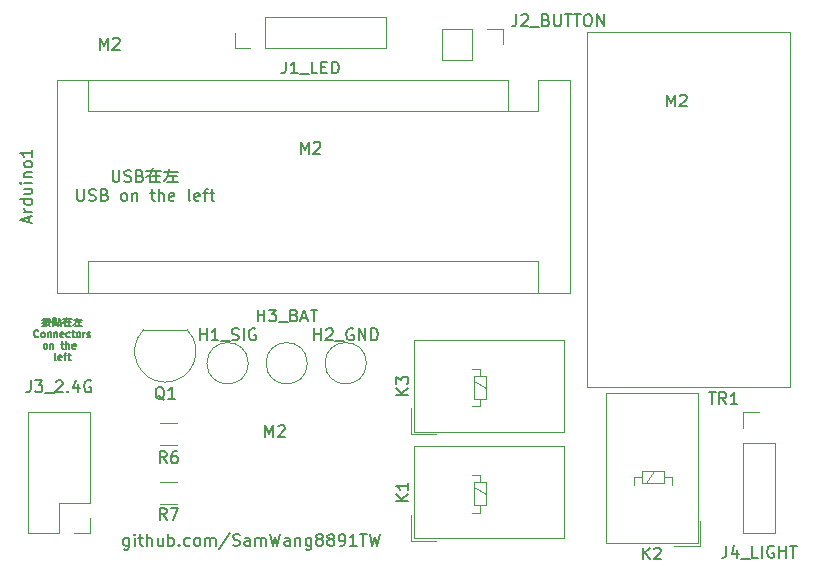
<source format=gbr>
%TF.GenerationSoftware,KiCad,Pcbnew,(6.0.6-0)*%
%TF.CreationDate,2022-07-04T00:08:46+08:00*%
%TF.ProjectId,__,8cc82e6b-6963-4616-945f-706362585858,rev?*%
%TF.SameCoordinates,Original*%
%TF.FileFunction,Legend,Top*%
%TF.FilePolarity,Positive*%
%FSLAX46Y46*%
G04 Gerber Fmt 4.6, Leading zero omitted, Abs format (unit mm)*
G04 Created by KiCad (PCBNEW (6.0.6-0)) date 2022-07-04 00:08:46*
%MOMM*%
%LPD*%
G01*
G04 APERTURE LIST*
%ADD10C,0.150000*%
%ADD11C,0.120000*%
G04 APERTURE END LIST*
D10*
X72261904Y-79647380D02*
X72261904Y-80456904D01*
X72309523Y-80552142D01*
X72357142Y-80599761D01*
X72452380Y-80647380D01*
X72642857Y-80647380D01*
X72738095Y-80599761D01*
X72785714Y-80552142D01*
X72833333Y-80456904D01*
X72833333Y-79647380D01*
X73261904Y-80599761D02*
X73404761Y-80647380D01*
X73642857Y-80647380D01*
X73738095Y-80599761D01*
X73785714Y-80552142D01*
X73833333Y-80456904D01*
X73833333Y-80361666D01*
X73785714Y-80266428D01*
X73738095Y-80218809D01*
X73642857Y-80171190D01*
X73452380Y-80123571D01*
X73357142Y-80075952D01*
X73309523Y-80028333D01*
X73261904Y-79933095D01*
X73261904Y-79837857D01*
X73309523Y-79742619D01*
X73357142Y-79695000D01*
X73452380Y-79647380D01*
X73690476Y-79647380D01*
X73833333Y-79695000D01*
X74595238Y-80123571D02*
X74738095Y-80171190D01*
X74785714Y-80218809D01*
X74833333Y-80314047D01*
X74833333Y-80456904D01*
X74785714Y-80552142D01*
X74738095Y-80599761D01*
X74642857Y-80647380D01*
X74261904Y-80647380D01*
X74261904Y-79647380D01*
X74595238Y-79647380D01*
X74690476Y-79695000D01*
X74738095Y-79742619D01*
X74785714Y-79837857D01*
X74785714Y-79933095D01*
X74738095Y-80028333D01*
X74690476Y-80075952D01*
X74595238Y-80123571D01*
X74261904Y-80123571D01*
X75119047Y-79742619D02*
X76357142Y-79742619D01*
X75595238Y-80171190D02*
X76261904Y-80171190D01*
X75547619Y-80647380D02*
X76309523Y-80647380D01*
X75404761Y-80028333D02*
X75404761Y-80647380D01*
X75928571Y-79837857D02*
X75928571Y-80647380D01*
X75642857Y-79504523D02*
X75404761Y-80028333D01*
X75119047Y-80218809D01*
X76642857Y-79790238D02*
X77833333Y-79790238D01*
X76976190Y-80123571D02*
X77738095Y-80123571D01*
X76833333Y-80647380D02*
X77833333Y-80647380D01*
X77357142Y-80123571D02*
X77357142Y-80647380D01*
X77071428Y-79552142D02*
X76976190Y-80075952D01*
X76785714Y-80409285D01*
X76595238Y-80599761D01*
X69261904Y-81257380D02*
X69261904Y-82066904D01*
X69309523Y-82162142D01*
X69357142Y-82209761D01*
X69452380Y-82257380D01*
X69642857Y-82257380D01*
X69738095Y-82209761D01*
X69785714Y-82162142D01*
X69833333Y-82066904D01*
X69833333Y-81257380D01*
X70261904Y-82209761D02*
X70404761Y-82257380D01*
X70642857Y-82257380D01*
X70738095Y-82209761D01*
X70785714Y-82162142D01*
X70833333Y-82066904D01*
X70833333Y-81971666D01*
X70785714Y-81876428D01*
X70738095Y-81828809D01*
X70642857Y-81781190D01*
X70452380Y-81733571D01*
X70357142Y-81685952D01*
X70309523Y-81638333D01*
X70261904Y-81543095D01*
X70261904Y-81447857D01*
X70309523Y-81352619D01*
X70357142Y-81305000D01*
X70452380Y-81257380D01*
X70690476Y-81257380D01*
X70833333Y-81305000D01*
X71595238Y-81733571D02*
X71738095Y-81781190D01*
X71785714Y-81828809D01*
X71833333Y-81924047D01*
X71833333Y-82066904D01*
X71785714Y-82162142D01*
X71738095Y-82209761D01*
X71642857Y-82257380D01*
X71261904Y-82257380D01*
X71261904Y-81257380D01*
X71595238Y-81257380D01*
X71690476Y-81305000D01*
X71738095Y-81352619D01*
X71785714Y-81447857D01*
X71785714Y-81543095D01*
X71738095Y-81638333D01*
X71690476Y-81685952D01*
X71595238Y-81733571D01*
X71261904Y-81733571D01*
X73166666Y-82257380D02*
X73071428Y-82209761D01*
X73023809Y-82162142D01*
X72976190Y-82066904D01*
X72976190Y-81781190D01*
X73023809Y-81685952D01*
X73071428Y-81638333D01*
X73166666Y-81590714D01*
X73309523Y-81590714D01*
X73404761Y-81638333D01*
X73452380Y-81685952D01*
X73500000Y-81781190D01*
X73500000Y-82066904D01*
X73452380Y-82162142D01*
X73404761Y-82209761D01*
X73309523Y-82257380D01*
X73166666Y-82257380D01*
X73928571Y-81590714D02*
X73928571Y-82257380D01*
X73928571Y-81685952D02*
X73976190Y-81638333D01*
X74071428Y-81590714D01*
X74214285Y-81590714D01*
X74309523Y-81638333D01*
X74357142Y-81733571D01*
X74357142Y-82257380D01*
X75452380Y-81590714D02*
X75833333Y-81590714D01*
X75595238Y-81257380D02*
X75595238Y-82114523D01*
X75642857Y-82209761D01*
X75738095Y-82257380D01*
X75833333Y-82257380D01*
X76166666Y-82257380D02*
X76166666Y-81257380D01*
X76595238Y-82257380D02*
X76595238Y-81733571D01*
X76547619Y-81638333D01*
X76452380Y-81590714D01*
X76309523Y-81590714D01*
X76214285Y-81638333D01*
X76166666Y-81685952D01*
X77452380Y-82209761D02*
X77357142Y-82257380D01*
X77166666Y-82257380D01*
X77071428Y-82209761D01*
X77023809Y-82114523D01*
X77023809Y-81733571D01*
X77071428Y-81638333D01*
X77166666Y-81590714D01*
X77357142Y-81590714D01*
X77452380Y-81638333D01*
X77500000Y-81733571D01*
X77500000Y-81828809D01*
X77023809Y-81924047D01*
X78833333Y-82257380D02*
X78738095Y-82209761D01*
X78690476Y-82114523D01*
X78690476Y-81257380D01*
X79595238Y-82209761D02*
X79500000Y-82257380D01*
X79309523Y-82257380D01*
X79214285Y-82209761D01*
X79166666Y-82114523D01*
X79166666Y-81733571D01*
X79214285Y-81638333D01*
X79309523Y-81590714D01*
X79500000Y-81590714D01*
X79595238Y-81638333D01*
X79642857Y-81733571D01*
X79642857Y-81828809D01*
X79166666Y-81924047D01*
X79928571Y-81590714D02*
X80309523Y-81590714D01*
X80071428Y-82257380D02*
X80071428Y-81400238D01*
X80119047Y-81305000D01*
X80214285Y-81257380D01*
X80309523Y-81257380D01*
X80500000Y-81590714D02*
X80880952Y-81590714D01*
X80642857Y-81257380D02*
X80642857Y-82114523D01*
X80690476Y-82209761D01*
X80785714Y-82257380D01*
X80880952Y-82257380D01*
X66571428Y-92222428D02*
X67000000Y-92222428D01*
X66285714Y-92308142D02*
X66514285Y-92308142D01*
X66542857Y-92422428D02*
X67028571Y-92422428D01*
X66542857Y-92536714D02*
X67028571Y-92536714D01*
X66314285Y-92822428D02*
X66428571Y-92822428D01*
X66428571Y-92136714D02*
X66428571Y-92822428D01*
X66800000Y-92136714D02*
X66800000Y-92251000D01*
X66914285Y-92251000D02*
X66885714Y-92393857D01*
X66685714Y-92279571D02*
X66714285Y-92422428D01*
X66628571Y-92679571D01*
X67000000Y-92822428D01*
X66514285Y-92508142D02*
X66285714Y-92565285D01*
X66914285Y-92536714D02*
X66857142Y-92679571D01*
X66800000Y-92736714D01*
X66542857Y-92822428D01*
X67714285Y-92336714D02*
X67914285Y-92336714D01*
X67200000Y-92422428D02*
X67485714Y-92422428D01*
X67200000Y-92508142D02*
X67514285Y-92508142D01*
X67285714Y-92622428D02*
X67514285Y-92622428D01*
X67200000Y-92622428D02*
X67457142Y-92622428D01*
X67600000Y-92793857D02*
X67885714Y-92793857D01*
X67200000Y-92165285D02*
X67200000Y-92393857D01*
X67285714Y-92251000D02*
X67285714Y-92336714D01*
X67285714Y-92679571D02*
X67314285Y-92793857D01*
X67342857Y-92165285D02*
X67342857Y-92622428D01*
X67200000Y-92165285D02*
X67485714Y-92165285D01*
X67485714Y-92393857D01*
X67600000Y-92508142D02*
X67600000Y-92822428D01*
X67714285Y-92136714D02*
X67714285Y-92508142D01*
X67600000Y-92508142D02*
X67885714Y-92508142D01*
X67885714Y-92822428D01*
X67485714Y-92679571D02*
X67514285Y-92765285D01*
X67371428Y-92679571D02*
X67428571Y-92793857D01*
X67428571Y-92251000D02*
X67400000Y-92365285D01*
X67200000Y-92708142D02*
X67200000Y-92822428D01*
X68057142Y-92279571D02*
X68800000Y-92279571D01*
X68342857Y-92536714D02*
X68742857Y-92536714D01*
X68314285Y-92822428D02*
X68771428Y-92822428D01*
X68228571Y-92451000D02*
X68228571Y-92822428D01*
X68542857Y-92336714D02*
X68542857Y-92822428D01*
X68371428Y-92136714D02*
X68228571Y-92451000D01*
X68057142Y-92565285D01*
X68971428Y-92308142D02*
X69685714Y-92308142D01*
X69171428Y-92508142D02*
X69628571Y-92508142D01*
X69085714Y-92822428D02*
X69685714Y-92822428D01*
X69400000Y-92508142D02*
X69400000Y-92822428D01*
X69228571Y-92165285D02*
X69171428Y-92479571D01*
X69057142Y-92679571D01*
X68942857Y-92793857D01*
X65985714Y-93731285D02*
X65957142Y-93759857D01*
X65871428Y-93788428D01*
X65814285Y-93788428D01*
X65728571Y-93759857D01*
X65671428Y-93702714D01*
X65642857Y-93645571D01*
X65614285Y-93531285D01*
X65614285Y-93445571D01*
X65642857Y-93331285D01*
X65671428Y-93274142D01*
X65728571Y-93217000D01*
X65814285Y-93188428D01*
X65871428Y-93188428D01*
X65957142Y-93217000D01*
X65985714Y-93245571D01*
X66328571Y-93788428D02*
X66271428Y-93759857D01*
X66242857Y-93731285D01*
X66214285Y-93674142D01*
X66214285Y-93502714D01*
X66242857Y-93445571D01*
X66271428Y-93417000D01*
X66328571Y-93388428D01*
X66414285Y-93388428D01*
X66471428Y-93417000D01*
X66500000Y-93445571D01*
X66528571Y-93502714D01*
X66528571Y-93674142D01*
X66500000Y-93731285D01*
X66471428Y-93759857D01*
X66414285Y-93788428D01*
X66328571Y-93788428D01*
X66785714Y-93388428D02*
X66785714Y-93788428D01*
X66785714Y-93445571D02*
X66814285Y-93417000D01*
X66871428Y-93388428D01*
X66957142Y-93388428D01*
X67014285Y-93417000D01*
X67042857Y-93474142D01*
X67042857Y-93788428D01*
X67328571Y-93388428D02*
X67328571Y-93788428D01*
X67328571Y-93445571D02*
X67357142Y-93417000D01*
X67414285Y-93388428D01*
X67500000Y-93388428D01*
X67557142Y-93417000D01*
X67585714Y-93474142D01*
X67585714Y-93788428D01*
X68100000Y-93759857D02*
X68042857Y-93788428D01*
X67928571Y-93788428D01*
X67871428Y-93759857D01*
X67842857Y-93702714D01*
X67842857Y-93474142D01*
X67871428Y-93417000D01*
X67928571Y-93388428D01*
X68042857Y-93388428D01*
X68100000Y-93417000D01*
X68128571Y-93474142D01*
X68128571Y-93531285D01*
X67842857Y-93588428D01*
X68642857Y-93759857D02*
X68585714Y-93788428D01*
X68471428Y-93788428D01*
X68414285Y-93759857D01*
X68385714Y-93731285D01*
X68357142Y-93674142D01*
X68357142Y-93502714D01*
X68385714Y-93445571D01*
X68414285Y-93417000D01*
X68471428Y-93388428D01*
X68585714Y-93388428D01*
X68642857Y-93417000D01*
X68814285Y-93388428D02*
X69042857Y-93388428D01*
X68900000Y-93188428D02*
X68900000Y-93702714D01*
X68928571Y-93759857D01*
X68985714Y-93788428D01*
X69042857Y-93788428D01*
X69328571Y-93788428D02*
X69271428Y-93759857D01*
X69242857Y-93731285D01*
X69214285Y-93674142D01*
X69214285Y-93502714D01*
X69242857Y-93445571D01*
X69271428Y-93417000D01*
X69328571Y-93388428D01*
X69414285Y-93388428D01*
X69471428Y-93417000D01*
X69500000Y-93445571D01*
X69528571Y-93502714D01*
X69528571Y-93674142D01*
X69500000Y-93731285D01*
X69471428Y-93759857D01*
X69414285Y-93788428D01*
X69328571Y-93788428D01*
X69785714Y-93788428D02*
X69785714Y-93388428D01*
X69785714Y-93502714D02*
X69814285Y-93445571D01*
X69842857Y-93417000D01*
X69900000Y-93388428D01*
X69957142Y-93388428D01*
X70128571Y-93759857D02*
X70185714Y-93788428D01*
X70300000Y-93788428D01*
X70357142Y-93759857D01*
X70385714Y-93702714D01*
X70385714Y-93674142D01*
X70357142Y-93617000D01*
X70300000Y-93588428D01*
X70214285Y-93588428D01*
X70157142Y-93559857D01*
X70128571Y-93502714D01*
X70128571Y-93474142D01*
X70157142Y-93417000D01*
X70214285Y-93388428D01*
X70300000Y-93388428D01*
X70357142Y-93417000D01*
X66528571Y-94754428D02*
X66471428Y-94725857D01*
X66442857Y-94697285D01*
X66414285Y-94640142D01*
X66414285Y-94468714D01*
X66442857Y-94411571D01*
X66471428Y-94383000D01*
X66528571Y-94354428D01*
X66614285Y-94354428D01*
X66671428Y-94383000D01*
X66700000Y-94411571D01*
X66728571Y-94468714D01*
X66728571Y-94640142D01*
X66700000Y-94697285D01*
X66671428Y-94725857D01*
X66614285Y-94754428D01*
X66528571Y-94754428D01*
X66985714Y-94354428D02*
X66985714Y-94754428D01*
X66985714Y-94411571D02*
X67014285Y-94383000D01*
X67071428Y-94354428D01*
X67157142Y-94354428D01*
X67214285Y-94383000D01*
X67242857Y-94440142D01*
X67242857Y-94754428D01*
X67900000Y-94354428D02*
X68128571Y-94354428D01*
X67985714Y-94154428D02*
X67985714Y-94668714D01*
X68014285Y-94725857D01*
X68071428Y-94754428D01*
X68128571Y-94754428D01*
X68328571Y-94754428D02*
X68328571Y-94154428D01*
X68585714Y-94754428D02*
X68585714Y-94440142D01*
X68557142Y-94383000D01*
X68500000Y-94354428D01*
X68414285Y-94354428D01*
X68357142Y-94383000D01*
X68328571Y-94411571D01*
X69100000Y-94725857D02*
X69042857Y-94754428D01*
X68928571Y-94754428D01*
X68871428Y-94725857D01*
X68842857Y-94668714D01*
X68842857Y-94440142D01*
X68871428Y-94383000D01*
X68928571Y-94354428D01*
X69042857Y-94354428D01*
X69100000Y-94383000D01*
X69128571Y-94440142D01*
X69128571Y-94497285D01*
X68842857Y-94554428D01*
X67471428Y-95720428D02*
X67414285Y-95691857D01*
X67385714Y-95634714D01*
X67385714Y-95120428D01*
X67928571Y-95691857D02*
X67871428Y-95720428D01*
X67757142Y-95720428D01*
X67700000Y-95691857D01*
X67671428Y-95634714D01*
X67671428Y-95406142D01*
X67700000Y-95349000D01*
X67757142Y-95320428D01*
X67871428Y-95320428D01*
X67928571Y-95349000D01*
X67957142Y-95406142D01*
X67957142Y-95463285D01*
X67671428Y-95520428D01*
X68128571Y-95320428D02*
X68357142Y-95320428D01*
X68214285Y-95720428D02*
X68214285Y-95206142D01*
X68242857Y-95149000D01*
X68300000Y-95120428D01*
X68357142Y-95120428D01*
X68471428Y-95320428D02*
X68700000Y-95320428D01*
X68557142Y-95120428D02*
X68557142Y-95634714D01*
X68585714Y-95691857D01*
X68642857Y-95720428D01*
X68700000Y-95720428D01*
X73642857Y-110785714D02*
X73642857Y-111595238D01*
X73595238Y-111690476D01*
X73547619Y-111738095D01*
X73452380Y-111785714D01*
X73309523Y-111785714D01*
X73214285Y-111738095D01*
X73642857Y-111404761D02*
X73547619Y-111452380D01*
X73357142Y-111452380D01*
X73261904Y-111404761D01*
X73214285Y-111357142D01*
X73166666Y-111261904D01*
X73166666Y-110976190D01*
X73214285Y-110880952D01*
X73261904Y-110833333D01*
X73357142Y-110785714D01*
X73547619Y-110785714D01*
X73642857Y-110833333D01*
X74119047Y-111452380D02*
X74119047Y-110785714D01*
X74119047Y-110452380D02*
X74071428Y-110500000D01*
X74119047Y-110547619D01*
X74166666Y-110500000D01*
X74119047Y-110452380D01*
X74119047Y-110547619D01*
X74452380Y-110785714D02*
X74833333Y-110785714D01*
X74595238Y-110452380D02*
X74595238Y-111309523D01*
X74642857Y-111404761D01*
X74738095Y-111452380D01*
X74833333Y-111452380D01*
X75166666Y-111452380D02*
X75166666Y-110452380D01*
X75595238Y-111452380D02*
X75595238Y-110928571D01*
X75547619Y-110833333D01*
X75452380Y-110785714D01*
X75309523Y-110785714D01*
X75214285Y-110833333D01*
X75166666Y-110880952D01*
X76500000Y-110785714D02*
X76500000Y-111452380D01*
X76071428Y-110785714D02*
X76071428Y-111309523D01*
X76119047Y-111404761D01*
X76214285Y-111452380D01*
X76357142Y-111452380D01*
X76452380Y-111404761D01*
X76500000Y-111357142D01*
X76976190Y-111452380D02*
X76976190Y-110452380D01*
X76976190Y-110833333D02*
X77071428Y-110785714D01*
X77261904Y-110785714D01*
X77357142Y-110833333D01*
X77404761Y-110880952D01*
X77452380Y-110976190D01*
X77452380Y-111261904D01*
X77404761Y-111357142D01*
X77357142Y-111404761D01*
X77261904Y-111452380D01*
X77071428Y-111452380D01*
X76976190Y-111404761D01*
X77880952Y-111357142D02*
X77928571Y-111404761D01*
X77880952Y-111452380D01*
X77833333Y-111404761D01*
X77880952Y-111357142D01*
X77880952Y-111452380D01*
X78785714Y-111404761D02*
X78690476Y-111452380D01*
X78500000Y-111452380D01*
X78404761Y-111404761D01*
X78357142Y-111357142D01*
X78309523Y-111261904D01*
X78309523Y-110976190D01*
X78357142Y-110880952D01*
X78404761Y-110833333D01*
X78500000Y-110785714D01*
X78690476Y-110785714D01*
X78785714Y-110833333D01*
X79357142Y-111452380D02*
X79261904Y-111404761D01*
X79214285Y-111357142D01*
X79166666Y-111261904D01*
X79166666Y-110976190D01*
X79214285Y-110880952D01*
X79261904Y-110833333D01*
X79357142Y-110785714D01*
X79500000Y-110785714D01*
X79595238Y-110833333D01*
X79642857Y-110880952D01*
X79690476Y-110976190D01*
X79690476Y-111261904D01*
X79642857Y-111357142D01*
X79595238Y-111404761D01*
X79500000Y-111452380D01*
X79357142Y-111452380D01*
X80119047Y-111452380D02*
X80119047Y-110785714D01*
X80119047Y-110880952D02*
X80166666Y-110833333D01*
X80261904Y-110785714D01*
X80404761Y-110785714D01*
X80500000Y-110833333D01*
X80547619Y-110928571D01*
X80547619Y-111452380D01*
X80547619Y-110928571D02*
X80595238Y-110833333D01*
X80690476Y-110785714D01*
X80833333Y-110785714D01*
X80928571Y-110833333D01*
X80976190Y-110928571D01*
X80976190Y-111452380D01*
X82166666Y-110404761D02*
X81309523Y-111690476D01*
X82452380Y-111404761D02*
X82595238Y-111452380D01*
X82833333Y-111452380D01*
X82928571Y-111404761D01*
X82976190Y-111357142D01*
X83023809Y-111261904D01*
X83023809Y-111166666D01*
X82976190Y-111071428D01*
X82928571Y-111023809D01*
X82833333Y-110976190D01*
X82642857Y-110928571D01*
X82547619Y-110880952D01*
X82500000Y-110833333D01*
X82452380Y-110738095D01*
X82452380Y-110642857D01*
X82500000Y-110547619D01*
X82547619Y-110500000D01*
X82642857Y-110452380D01*
X82880952Y-110452380D01*
X83023809Y-110500000D01*
X83880952Y-111452380D02*
X83880952Y-110928571D01*
X83833333Y-110833333D01*
X83738095Y-110785714D01*
X83547619Y-110785714D01*
X83452380Y-110833333D01*
X83880952Y-111404761D02*
X83785714Y-111452380D01*
X83547619Y-111452380D01*
X83452380Y-111404761D01*
X83404761Y-111309523D01*
X83404761Y-111214285D01*
X83452380Y-111119047D01*
X83547619Y-111071428D01*
X83785714Y-111071428D01*
X83880952Y-111023809D01*
X84357142Y-111452380D02*
X84357142Y-110785714D01*
X84357142Y-110880952D02*
X84404761Y-110833333D01*
X84500000Y-110785714D01*
X84642857Y-110785714D01*
X84738095Y-110833333D01*
X84785714Y-110928571D01*
X84785714Y-111452380D01*
X84785714Y-110928571D02*
X84833333Y-110833333D01*
X84928571Y-110785714D01*
X85071428Y-110785714D01*
X85166666Y-110833333D01*
X85214285Y-110928571D01*
X85214285Y-111452380D01*
X85595238Y-110452380D02*
X85833333Y-111452380D01*
X86023809Y-110738095D01*
X86214285Y-111452380D01*
X86452380Y-110452380D01*
X87261904Y-111452380D02*
X87261904Y-110928571D01*
X87214285Y-110833333D01*
X87119047Y-110785714D01*
X86928571Y-110785714D01*
X86833333Y-110833333D01*
X87261904Y-111404761D02*
X87166666Y-111452380D01*
X86928571Y-111452380D01*
X86833333Y-111404761D01*
X86785714Y-111309523D01*
X86785714Y-111214285D01*
X86833333Y-111119047D01*
X86928571Y-111071428D01*
X87166666Y-111071428D01*
X87261904Y-111023809D01*
X87738095Y-110785714D02*
X87738095Y-111452380D01*
X87738095Y-110880952D02*
X87785714Y-110833333D01*
X87880952Y-110785714D01*
X88023809Y-110785714D01*
X88119047Y-110833333D01*
X88166666Y-110928571D01*
X88166666Y-111452380D01*
X89071428Y-110785714D02*
X89071428Y-111595238D01*
X89023809Y-111690476D01*
X88976190Y-111738095D01*
X88880952Y-111785714D01*
X88738095Y-111785714D01*
X88642857Y-111738095D01*
X89071428Y-111404761D02*
X88976190Y-111452380D01*
X88785714Y-111452380D01*
X88690476Y-111404761D01*
X88642857Y-111357142D01*
X88595238Y-111261904D01*
X88595238Y-110976190D01*
X88642857Y-110880952D01*
X88690476Y-110833333D01*
X88785714Y-110785714D01*
X88976190Y-110785714D01*
X89071428Y-110833333D01*
X89690476Y-110880952D02*
X89595238Y-110833333D01*
X89547619Y-110785714D01*
X89500000Y-110690476D01*
X89500000Y-110642857D01*
X89547619Y-110547619D01*
X89595238Y-110500000D01*
X89690476Y-110452380D01*
X89880952Y-110452380D01*
X89976190Y-110500000D01*
X90023809Y-110547619D01*
X90071428Y-110642857D01*
X90071428Y-110690476D01*
X90023809Y-110785714D01*
X89976190Y-110833333D01*
X89880952Y-110880952D01*
X89690476Y-110880952D01*
X89595238Y-110928571D01*
X89547619Y-110976190D01*
X89500000Y-111071428D01*
X89500000Y-111261904D01*
X89547619Y-111357142D01*
X89595238Y-111404761D01*
X89690476Y-111452380D01*
X89880952Y-111452380D01*
X89976190Y-111404761D01*
X90023809Y-111357142D01*
X90071428Y-111261904D01*
X90071428Y-111071428D01*
X90023809Y-110976190D01*
X89976190Y-110928571D01*
X89880952Y-110880952D01*
X90642857Y-110880952D02*
X90547619Y-110833333D01*
X90500000Y-110785714D01*
X90452380Y-110690476D01*
X90452380Y-110642857D01*
X90500000Y-110547619D01*
X90547619Y-110500000D01*
X90642857Y-110452380D01*
X90833333Y-110452380D01*
X90928571Y-110500000D01*
X90976190Y-110547619D01*
X91023809Y-110642857D01*
X91023809Y-110690476D01*
X90976190Y-110785714D01*
X90928571Y-110833333D01*
X90833333Y-110880952D01*
X90642857Y-110880952D01*
X90547619Y-110928571D01*
X90500000Y-110976190D01*
X90452380Y-111071428D01*
X90452380Y-111261904D01*
X90500000Y-111357142D01*
X90547619Y-111404761D01*
X90642857Y-111452380D01*
X90833333Y-111452380D01*
X90928571Y-111404761D01*
X90976190Y-111357142D01*
X91023809Y-111261904D01*
X91023809Y-111071428D01*
X90976190Y-110976190D01*
X90928571Y-110928571D01*
X90833333Y-110880952D01*
X91500000Y-111452380D02*
X91690476Y-111452380D01*
X91785714Y-111404761D01*
X91833333Y-111357142D01*
X91928571Y-111214285D01*
X91976190Y-111023809D01*
X91976190Y-110642857D01*
X91928571Y-110547619D01*
X91880952Y-110500000D01*
X91785714Y-110452380D01*
X91595238Y-110452380D01*
X91500000Y-110500000D01*
X91452380Y-110547619D01*
X91404761Y-110642857D01*
X91404761Y-110880952D01*
X91452380Y-110976190D01*
X91500000Y-111023809D01*
X91595238Y-111071428D01*
X91785714Y-111071428D01*
X91880952Y-111023809D01*
X91928571Y-110976190D01*
X91976190Y-110880952D01*
X92928571Y-111452380D02*
X92357142Y-111452380D01*
X92642857Y-111452380D02*
X92642857Y-110452380D01*
X92547619Y-110595238D01*
X92452380Y-110690476D01*
X92357142Y-110738095D01*
X93214285Y-110452380D02*
X93785714Y-110452380D01*
X93500000Y-111452380D02*
X93500000Y-110452380D01*
X94023809Y-110452380D02*
X94261904Y-111452380D01*
X94452380Y-110738095D01*
X94642857Y-111452380D01*
X94880952Y-110452380D01*
%TO.C,M2*%
X85190476Y-102252380D02*
X85190476Y-101252380D01*
X85523809Y-101966666D01*
X85857142Y-101252380D01*
X85857142Y-102252380D01*
X86285714Y-101347619D02*
X86333333Y-101300000D01*
X86428571Y-101252380D01*
X86666666Y-101252380D01*
X86761904Y-101300000D01*
X86809523Y-101347619D01*
X86857142Y-101442857D01*
X86857142Y-101538095D01*
X86809523Y-101680952D01*
X86238095Y-102252380D01*
X86857142Y-102252380D01*
%TO.C,H2_GND*%
X89333333Y-94054380D02*
X89333333Y-93054380D01*
X89333333Y-93530571D02*
X89904761Y-93530571D01*
X89904761Y-94054380D02*
X89904761Y-93054380D01*
X90333333Y-93149619D02*
X90380952Y-93102000D01*
X90476190Y-93054380D01*
X90714285Y-93054380D01*
X90809523Y-93102000D01*
X90857142Y-93149619D01*
X90904761Y-93244857D01*
X90904761Y-93340095D01*
X90857142Y-93482952D01*
X90285714Y-94054380D01*
X90904761Y-94054380D01*
X91095238Y-94149619D02*
X91857142Y-94149619D01*
X92619047Y-93102000D02*
X92523809Y-93054380D01*
X92380952Y-93054380D01*
X92238095Y-93102000D01*
X92142857Y-93197238D01*
X92095238Y-93292476D01*
X92047619Y-93482952D01*
X92047619Y-93625809D01*
X92095238Y-93816285D01*
X92142857Y-93911523D01*
X92238095Y-94006761D01*
X92380952Y-94054380D01*
X92476190Y-94054380D01*
X92619047Y-94006761D01*
X92666666Y-93959142D01*
X92666666Y-93625809D01*
X92476190Y-93625809D01*
X93095238Y-94054380D02*
X93095238Y-93054380D01*
X93666666Y-94054380D01*
X93666666Y-93054380D01*
X94142857Y-94054380D02*
X94142857Y-93054380D01*
X94380952Y-93054380D01*
X94523809Y-93102000D01*
X94619047Y-93197238D01*
X94666666Y-93292476D01*
X94714285Y-93482952D01*
X94714285Y-93625809D01*
X94666666Y-93816285D01*
X94619047Y-93911523D01*
X94523809Y-94006761D01*
X94380952Y-94054380D01*
X94142857Y-94054380D01*
%TO.C,J4_LIGHT*%
X124238095Y-111452380D02*
X124238095Y-112166666D01*
X124190476Y-112309523D01*
X124095238Y-112404761D01*
X123952380Y-112452380D01*
X123857142Y-112452380D01*
X125142857Y-111785714D02*
X125142857Y-112452380D01*
X124904761Y-111404761D02*
X124666666Y-112119047D01*
X125285714Y-112119047D01*
X125428571Y-112547619D02*
X126190476Y-112547619D01*
X126904761Y-112452380D02*
X126428571Y-112452380D01*
X126428571Y-111452380D01*
X127238095Y-112452380D02*
X127238095Y-111452380D01*
X128238095Y-111500000D02*
X128142857Y-111452380D01*
X128000000Y-111452380D01*
X127857142Y-111500000D01*
X127761904Y-111595238D01*
X127714285Y-111690476D01*
X127666666Y-111880952D01*
X127666666Y-112023809D01*
X127714285Y-112214285D01*
X127761904Y-112309523D01*
X127857142Y-112404761D01*
X128000000Y-112452380D01*
X128095238Y-112452380D01*
X128238095Y-112404761D01*
X128285714Y-112357142D01*
X128285714Y-112023809D01*
X128095238Y-112023809D01*
X128714285Y-112452380D02*
X128714285Y-111452380D01*
X128714285Y-111928571D02*
X129285714Y-111928571D01*
X129285714Y-112452380D02*
X129285714Y-111452380D01*
X129619047Y-111452380D02*
X130190476Y-111452380D01*
X129904761Y-112452380D02*
X129904761Y-111452380D01*
%TO.C,J2_BUTTON*%
X106452380Y-66452380D02*
X106452380Y-67166666D01*
X106404761Y-67309523D01*
X106309523Y-67404761D01*
X106166666Y-67452380D01*
X106071428Y-67452380D01*
X106880952Y-66547619D02*
X106928571Y-66500000D01*
X107023809Y-66452380D01*
X107261904Y-66452380D01*
X107357142Y-66500000D01*
X107404761Y-66547619D01*
X107452380Y-66642857D01*
X107452380Y-66738095D01*
X107404761Y-66880952D01*
X106833333Y-67452380D01*
X107452380Y-67452380D01*
X107642857Y-67547619D02*
X108404761Y-67547619D01*
X108976190Y-66928571D02*
X109119047Y-66976190D01*
X109166666Y-67023809D01*
X109214285Y-67119047D01*
X109214285Y-67261904D01*
X109166666Y-67357142D01*
X109119047Y-67404761D01*
X109023809Y-67452380D01*
X108642857Y-67452380D01*
X108642857Y-66452380D01*
X108976190Y-66452380D01*
X109071428Y-66500000D01*
X109119047Y-66547619D01*
X109166666Y-66642857D01*
X109166666Y-66738095D01*
X109119047Y-66833333D01*
X109071428Y-66880952D01*
X108976190Y-66928571D01*
X108642857Y-66928571D01*
X109642857Y-66452380D02*
X109642857Y-67261904D01*
X109690476Y-67357142D01*
X109738095Y-67404761D01*
X109833333Y-67452380D01*
X110023809Y-67452380D01*
X110119047Y-67404761D01*
X110166666Y-67357142D01*
X110214285Y-67261904D01*
X110214285Y-66452380D01*
X110547619Y-66452380D02*
X111119047Y-66452380D01*
X110833333Y-67452380D02*
X110833333Y-66452380D01*
X111309523Y-66452380D02*
X111880952Y-66452380D01*
X111595238Y-67452380D02*
X111595238Y-66452380D01*
X112404761Y-66452380D02*
X112595238Y-66452380D01*
X112690476Y-66500000D01*
X112785714Y-66595238D01*
X112833333Y-66785714D01*
X112833333Y-67119047D01*
X112785714Y-67309523D01*
X112690476Y-67404761D01*
X112595238Y-67452380D01*
X112404761Y-67452380D01*
X112309523Y-67404761D01*
X112214285Y-67309523D01*
X112166666Y-67119047D01*
X112166666Y-66785714D01*
X112214285Y-66595238D01*
X112309523Y-66500000D01*
X112404761Y-66452380D01*
X113261904Y-67452380D02*
X113261904Y-66452380D01*
X113833333Y-67452380D01*
X113833333Y-66452380D01*
%TO.C,Arduino1*%
X65166666Y-84071428D02*
X65166666Y-83595238D01*
X65452380Y-84166666D02*
X64452380Y-83833333D01*
X65452380Y-83500000D01*
X65452380Y-83166666D02*
X64785714Y-83166666D01*
X64976190Y-83166666D02*
X64880952Y-83119047D01*
X64833333Y-83071428D01*
X64785714Y-82976190D01*
X64785714Y-82880952D01*
X65452380Y-82119047D02*
X64452380Y-82119047D01*
X65404761Y-82119047D02*
X65452380Y-82214285D01*
X65452380Y-82404761D01*
X65404761Y-82500000D01*
X65357142Y-82547619D01*
X65261904Y-82595238D01*
X64976190Y-82595238D01*
X64880952Y-82547619D01*
X64833333Y-82500000D01*
X64785714Y-82404761D01*
X64785714Y-82214285D01*
X64833333Y-82119047D01*
X64785714Y-81214285D02*
X65452380Y-81214285D01*
X64785714Y-81642857D02*
X65309523Y-81642857D01*
X65404761Y-81595238D01*
X65452380Y-81500000D01*
X65452380Y-81357142D01*
X65404761Y-81261904D01*
X65357142Y-81214285D01*
X65452380Y-80738095D02*
X64785714Y-80738095D01*
X64452380Y-80738095D02*
X64500000Y-80785714D01*
X64547619Y-80738095D01*
X64500000Y-80690476D01*
X64452380Y-80738095D01*
X64547619Y-80738095D01*
X64785714Y-80261904D02*
X65452380Y-80261904D01*
X64880952Y-80261904D02*
X64833333Y-80214285D01*
X64785714Y-80119047D01*
X64785714Y-79976190D01*
X64833333Y-79880952D01*
X64928571Y-79833333D01*
X65452380Y-79833333D01*
X65452380Y-79214285D02*
X65404761Y-79309523D01*
X65357142Y-79357142D01*
X65261904Y-79404761D01*
X64976190Y-79404761D01*
X64880952Y-79357142D01*
X64833333Y-79309523D01*
X64785714Y-79214285D01*
X64785714Y-79071428D01*
X64833333Y-78976190D01*
X64880952Y-78928571D01*
X64976190Y-78880952D01*
X65261904Y-78880952D01*
X65357142Y-78928571D01*
X65404761Y-78976190D01*
X65452380Y-79071428D01*
X65452380Y-79214285D01*
X65452380Y-77928571D02*
X65452380Y-78500000D01*
X65452380Y-78214285D02*
X64452380Y-78214285D01*
X64595238Y-78309523D01*
X64690476Y-78404761D01*
X64738095Y-78500000D01*
%TO.C,TR1*%
X122738095Y-98452380D02*
X123309523Y-98452380D01*
X123023809Y-99452380D02*
X123023809Y-98452380D01*
X124214285Y-99452380D02*
X123880952Y-98976190D01*
X123642857Y-99452380D02*
X123642857Y-98452380D01*
X124023809Y-98452380D01*
X124119047Y-98500000D01*
X124166666Y-98547619D01*
X124214285Y-98642857D01*
X124214285Y-98785714D01*
X124166666Y-98880952D01*
X124119047Y-98928571D01*
X124023809Y-98976190D01*
X123642857Y-98976190D01*
X125166666Y-99452380D02*
X124595238Y-99452380D01*
X124880952Y-99452380D02*
X124880952Y-98452380D01*
X124785714Y-98595238D01*
X124690476Y-98690476D01*
X124595238Y-98738095D01*
%TO.C,K2*%
X117169404Y-112609880D02*
X117169404Y-111609880D01*
X117740833Y-112609880D02*
X117312261Y-112038452D01*
X117740833Y-111609880D02*
X117169404Y-112181309D01*
X118121785Y-111705119D02*
X118169404Y-111657500D01*
X118264642Y-111609880D01*
X118502738Y-111609880D01*
X118597976Y-111657500D01*
X118645595Y-111705119D01*
X118693214Y-111800357D01*
X118693214Y-111895595D01*
X118645595Y-112038452D01*
X118074166Y-112609880D01*
X118693214Y-112609880D01*
%TO.C,R7*%
X76833333Y-109272380D02*
X76500000Y-108796190D01*
X76261904Y-109272380D02*
X76261904Y-108272380D01*
X76642857Y-108272380D01*
X76738095Y-108320000D01*
X76785714Y-108367619D01*
X76833333Y-108462857D01*
X76833333Y-108605714D01*
X76785714Y-108700952D01*
X76738095Y-108748571D01*
X76642857Y-108796190D01*
X76261904Y-108796190D01*
X77166666Y-108272380D02*
X77833333Y-108272380D01*
X77404761Y-109272380D01*
%TO.C,M2*%
X71190476Y-69452380D02*
X71190476Y-68452380D01*
X71523809Y-69166666D01*
X71857142Y-68452380D01*
X71857142Y-69452380D01*
X72285714Y-68547619D02*
X72333333Y-68500000D01*
X72428571Y-68452380D01*
X72666666Y-68452380D01*
X72761904Y-68500000D01*
X72809523Y-68547619D01*
X72857142Y-68642857D01*
X72857142Y-68738095D01*
X72809523Y-68880952D01*
X72238095Y-69452380D01*
X72857142Y-69452380D01*
X88190476Y-78252380D02*
X88190476Y-77252380D01*
X88523809Y-77966666D01*
X88857142Y-77252380D01*
X88857142Y-78252380D01*
X89285714Y-77347619D02*
X89333333Y-77300000D01*
X89428571Y-77252380D01*
X89666666Y-77252380D01*
X89761904Y-77300000D01*
X89809523Y-77347619D01*
X89857142Y-77442857D01*
X89857142Y-77538095D01*
X89809523Y-77680952D01*
X89238095Y-78252380D01*
X89857142Y-78252380D01*
%TO.C,Q1*%
X76634761Y-99107619D02*
X76539523Y-99060000D01*
X76444285Y-98964761D01*
X76301428Y-98821904D01*
X76206190Y-98774285D01*
X76110952Y-98774285D01*
X76158571Y-99012380D02*
X76063333Y-98964761D01*
X75968095Y-98869523D01*
X75920476Y-98679047D01*
X75920476Y-98345714D01*
X75968095Y-98155238D01*
X76063333Y-98060000D01*
X76158571Y-98012380D01*
X76349047Y-98012380D01*
X76444285Y-98060000D01*
X76539523Y-98155238D01*
X76587142Y-98345714D01*
X76587142Y-98679047D01*
X76539523Y-98869523D01*
X76444285Y-98964761D01*
X76349047Y-99012380D01*
X76158571Y-99012380D01*
X77539523Y-99012380D02*
X76968095Y-99012380D01*
X77253809Y-99012380D02*
X77253809Y-98012380D01*
X77158571Y-98155238D01*
X77063333Y-98250476D01*
X76968095Y-98298095D01*
%TO.C,H1_SIG*%
X79642857Y-94054380D02*
X79642857Y-93054380D01*
X79642857Y-93530571D02*
X80214285Y-93530571D01*
X80214285Y-94054380D02*
X80214285Y-93054380D01*
X81214285Y-94054380D02*
X80642857Y-94054380D01*
X80928571Y-94054380D02*
X80928571Y-93054380D01*
X80833333Y-93197238D01*
X80738095Y-93292476D01*
X80642857Y-93340095D01*
X81404761Y-94149619D02*
X82166666Y-94149619D01*
X82357142Y-94006761D02*
X82500000Y-94054380D01*
X82738095Y-94054380D01*
X82833333Y-94006761D01*
X82880952Y-93959142D01*
X82928571Y-93863904D01*
X82928571Y-93768666D01*
X82880952Y-93673428D01*
X82833333Y-93625809D01*
X82738095Y-93578190D01*
X82547619Y-93530571D01*
X82452380Y-93482952D01*
X82404761Y-93435333D01*
X82357142Y-93340095D01*
X82357142Y-93244857D01*
X82404761Y-93149619D01*
X82452380Y-93102000D01*
X82547619Y-93054380D01*
X82785714Y-93054380D01*
X82928571Y-93102000D01*
X83357142Y-94054380D02*
X83357142Y-93054380D01*
X84357142Y-93102000D02*
X84261904Y-93054380D01*
X84119047Y-93054380D01*
X83976190Y-93102000D01*
X83880952Y-93197238D01*
X83833333Y-93292476D01*
X83785714Y-93482952D01*
X83785714Y-93625809D01*
X83833333Y-93816285D01*
X83880952Y-93911523D01*
X83976190Y-94006761D01*
X84119047Y-94054380D01*
X84214285Y-94054380D01*
X84357142Y-94006761D01*
X84404761Y-93959142D01*
X84404761Y-93625809D01*
X84214285Y-93625809D01*
%TO.C,K1*%
X97294880Y-107645595D02*
X96294880Y-107645595D01*
X97294880Y-107074166D02*
X96723452Y-107502738D01*
X96294880Y-107074166D02*
X96866309Y-107645595D01*
X97294880Y-106121785D02*
X97294880Y-106693214D01*
X97294880Y-106407500D02*
X96294880Y-106407500D01*
X96437738Y-106502738D01*
X96532976Y-106597976D01*
X96580595Y-106693214D01*
%TO.C,R6*%
X76833333Y-104452380D02*
X76500000Y-103976190D01*
X76261904Y-104452380D02*
X76261904Y-103452380D01*
X76642857Y-103452380D01*
X76738095Y-103500000D01*
X76785714Y-103547619D01*
X76833333Y-103642857D01*
X76833333Y-103785714D01*
X76785714Y-103880952D01*
X76738095Y-103928571D01*
X76642857Y-103976190D01*
X76261904Y-103976190D01*
X77690476Y-103452380D02*
X77500000Y-103452380D01*
X77404761Y-103500000D01*
X77357142Y-103547619D01*
X77261904Y-103690476D01*
X77214285Y-103880952D01*
X77214285Y-104261904D01*
X77261904Y-104357142D01*
X77309523Y-104404761D01*
X77404761Y-104452380D01*
X77595238Y-104452380D01*
X77690476Y-104404761D01*
X77738095Y-104357142D01*
X77785714Y-104261904D01*
X77785714Y-104023809D01*
X77738095Y-103928571D01*
X77690476Y-103880952D01*
X77595238Y-103833333D01*
X77404761Y-103833333D01*
X77309523Y-103880952D01*
X77261904Y-103928571D01*
X77214285Y-104023809D01*
%TO.C,J3_2.4G*%
X65325238Y-97452380D02*
X65325238Y-98166666D01*
X65277619Y-98309523D01*
X65182380Y-98404761D01*
X65039523Y-98452380D01*
X64944285Y-98452380D01*
X65706190Y-97452380D02*
X66325238Y-97452380D01*
X65991904Y-97833333D01*
X66134761Y-97833333D01*
X66230000Y-97880952D01*
X66277619Y-97928571D01*
X66325238Y-98023809D01*
X66325238Y-98261904D01*
X66277619Y-98357142D01*
X66230000Y-98404761D01*
X66134761Y-98452380D01*
X65849047Y-98452380D01*
X65753809Y-98404761D01*
X65706190Y-98357142D01*
X66515714Y-98547619D02*
X67277619Y-98547619D01*
X67468095Y-97547619D02*
X67515714Y-97500000D01*
X67610952Y-97452380D01*
X67849047Y-97452380D01*
X67944285Y-97500000D01*
X67991904Y-97547619D01*
X68039523Y-97642857D01*
X68039523Y-97738095D01*
X67991904Y-97880952D01*
X67420476Y-98452380D01*
X68039523Y-98452380D01*
X68468095Y-98357142D02*
X68515714Y-98404761D01*
X68468095Y-98452380D01*
X68420476Y-98404761D01*
X68468095Y-98357142D01*
X68468095Y-98452380D01*
X69372857Y-97785714D02*
X69372857Y-98452380D01*
X69134761Y-97404761D02*
X68896666Y-98119047D01*
X69515714Y-98119047D01*
X70420476Y-97500000D02*
X70325238Y-97452380D01*
X70182380Y-97452380D01*
X70039523Y-97500000D01*
X69944285Y-97595238D01*
X69896666Y-97690476D01*
X69849047Y-97880952D01*
X69849047Y-98023809D01*
X69896666Y-98214285D01*
X69944285Y-98309523D01*
X70039523Y-98404761D01*
X70182380Y-98452380D01*
X70277619Y-98452380D01*
X70420476Y-98404761D01*
X70468095Y-98357142D01*
X70468095Y-98023809D01*
X70277619Y-98023809D01*
%TO.C,H3_BAT*%
X84547619Y-92452380D02*
X84547619Y-91452380D01*
X84547619Y-91928571D02*
X85119047Y-91928571D01*
X85119047Y-92452380D02*
X85119047Y-91452380D01*
X85500000Y-91452380D02*
X86119047Y-91452380D01*
X85785714Y-91833333D01*
X85928571Y-91833333D01*
X86023809Y-91880952D01*
X86071428Y-91928571D01*
X86119047Y-92023809D01*
X86119047Y-92261904D01*
X86071428Y-92357142D01*
X86023809Y-92404761D01*
X85928571Y-92452380D01*
X85642857Y-92452380D01*
X85547619Y-92404761D01*
X85500000Y-92357142D01*
X86309523Y-92547619D02*
X87071428Y-92547619D01*
X87642857Y-91928571D02*
X87785714Y-91976190D01*
X87833333Y-92023809D01*
X87880952Y-92119047D01*
X87880952Y-92261904D01*
X87833333Y-92357142D01*
X87785714Y-92404761D01*
X87690476Y-92452380D01*
X87309523Y-92452380D01*
X87309523Y-91452380D01*
X87642857Y-91452380D01*
X87738095Y-91500000D01*
X87785714Y-91547619D01*
X87833333Y-91642857D01*
X87833333Y-91738095D01*
X87785714Y-91833333D01*
X87738095Y-91880952D01*
X87642857Y-91928571D01*
X87309523Y-91928571D01*
X88261904Y-92166666D02*
X88738095Y-92166666D01*
X88166666Y-92452380D02*
X88500000Y-91452380D01*
X88833333Y-92452380D01*
X89023809Y-91452380D02*
X89595238Y-91452380D01*
X89309523Y-92452380D02*
X89309523Y-91452380D01*
%TO.C,J1_LED*%
X86928571Y-70452380D02*
X86928571Y-71166666D01*
X86880952Y-71309523D01*
X86785714Y-71404761D01*
X86642857Y-71452380D01*
X86547619Y-71452380D01*
X87928571Y-71452380D02*
X87357142Y-71452380D01*
X87642857Y-71452380D02*
X87642857Y-70452380D01*
X87547619Y-70595238D01*
X87452380Y-70690476D01*
X87357142Y-70738095D01*
X88119047Y-71547619D02*
X88880952Y-71547619D01*
X89595238Y-71452380D02*
X89119047Y-71452380D01*
X89119047Y-70452380D01*
X89928571Y-70928571D02*
X90261904Y-70928571D01*
X90404761Y-71452380D02*
X89928571Y-71452380D01*
X89928571Y-70452380D01*
X90404761Y-70452380D01*
X90833333Y-71452380D02*
X90833333Y-70452380D01*
X91071428Y-70452380D01*
X91214285Y-70500000D01*
X91309523Y-70595238D01*
X91357142Y-70690476D01*
X91404761Y-70880952D01*
X91404761Y-71023809D01*
X91357142Y-71214285D01*
X91309523Y-71309523D01*
X91214285Y-71404761D01*
X91071428Y-71452380D01*
X90833333Y-71452380D01*
%TO.C,K3*%
X97294880Y-98645595D02*
X96294880Y-98645595D01*
X97294880Y-98074166D02*
X96723452Y-98502738D01*
X96294880Y-98074166D02*
X96866309Y-98645595D01*
X96294880Y-97740833D02*
X96294880Y-97121785D01*
X96675833Y-97455119D01*
X96675833Y-97312261D01*
X96723452Y-97217023D01*
X96771071Y-97169404D01*
X96866309Y-97121785D01*
X97104404Y-97121785D01*
X97199642Y-97169404D01*
X97247261Y-97217023D01*
X97294880Y-97312261D01*
X97294880Y-97597976D01*
X97247261Y-97693214D01*
X97199642Y-97740833D01*
%TO.C,M2*%
X119190476Y-74252380D02*
X119190476Y-73252380D01*
X119523809Y-73966666D01*
X119857142Y-73252380D01*
X119857142Y-74252380D01*
X120285714Y-73347619D02*
X120333333Y-73300000D01*
X120428571Y-73252380D01*
X120666666Y-73252380D01*
X120761904Y-73300000D01*
X120809523Y-73347619D01*
X120857142Y-73442857D01*
X120857142Y-73538095D01*
X120809523Y-73680952D01*
X120238095Y-74252380D01*
X120857142Y-74252380D01*
D11*
%TO.C,H2_GND*%
X93750000Y-96000000D02*
G75*
G03*
X93750000Y-96000000I-1750000J0D01*
G01*
%TO.C,J4_LIGHT*%
X125670000Y-101460000D02*
X125670000Y-100130000D01*
X125670000Y-102730000D02*
X125670000Y-110410000D01*
X125670000Y-100130000D02*
X127000000Y-100130000D01*
X128330000Y-102730000D02*
X128330000Y-110410000D01*
X125670000Y-102730000D02*
X128330000Y-102730000D01*
X125670000Y-110410000D02*
X128330000Y-110410000D01*
%TO.C,J2_BUTTON*%
X104000000Y-67670000D02*
X105330000Y-67670000D01*
X102730000Y-67670000D02*
X100130000Y-67670000D01*
X100130000Y-67670000D02*
X100130000Y-70330000D01*
X102730000Y-67670000D02*
X102730000Y-70330000D01*
X105330000Y-67670000D02*
X105330000Y-69000000D01*
X102730000Y-70330000D02*
X100130000Y-70330000D01*
%TO.C,Arduino1*%
X70220000Y-74660000D02*
X70220000Y-71990000D01*
X110990000Y-90030000D02*
X110990000Y-71990000D01*
X67550000Y-71990000D02*
X67550000Y-90030000D01*
X105780000Y-74660000D02*
X70220000Y-74660000D01*
X105780000Y-74660000D02*
X105780000Y-71990000D01*
X105780000Y-71990000D02*
X67550000Y-71990000D01*
X105780000Y-74660000D02*
X108320000Y-74660000D01*
X108320000Y-87360000D02*
X108320000Y-90030000D01*
X108320000Y-87360000D02*
X70220000Y-87360000D01*
X110990000Y-71990000D02*
X108320000Y-71990000D01*
X70220000Y-87360000D02*
X70220000Y-90030000D01*
X108320000Y-74660000D02*
X108320000Y-71990000D01*
X67550000Y-90030000D02*
X110990000Y-90030000D01*
%TO.C,TR1*%
X112400000Y-67950000D02*
X129600000Y-67950000D01*
X129600000Y-67950000D02*
X129600000Y-98050000D01*
X129600000Y-98050000D02*
X112400000Y-98050000D01*
X112400000Y-98050000D02*
X112400000Y-67950000D01*
%TO.C,K2*%
X114007500Y-98557500D02*
X121807500Y-98557500D01*
X122007500Y-109357500D02*
X122007500Y-111457500D01*
X122007500Y-111457500D02*
X119807500Y-111457500D01*
X118985500Y-106147500D02*
X118985500Y-105131500D01*
X117461500Y-106147500D02*
X118096500Y-105131500D01*
X121807500Y-98557500D02*
X121807500Y-111257500D01*
X119645500Y-106274500D02*
X119645500Y-105639500D01*
X114007500Y-111257500D02*
X114007500Y-98557500D01*
X116445500Y-106274500D02*
X116445500Y-105639500D01*
X117080500Y-106147500D02*
X117080500Y-105131500D01*
X116445500Y-105639500D02*
X117080500Y-105639500D01*
X118985500Y-105131500D02*
X117080500Y-105131500D01*
X121807500Y-111257500D02*
X114007500Y-111257500D01*
X119645500Y-105639500D02*
X118985500Y-105639500D01*
X117080500Y-106147500D02*
X118985500Y-106147500D01*
%TO.C,R7*%
X77727064Y-106090000D02*
X76272936Y-106090000D01*
X77727064Y-107910000D02*
X76272936Y-107910000D01*
%TO.C,Q1*%
X78530000Y-93150000D02*
X74930000Y-93150000D01*
X74891522Y-93161522D02*
G75*
G03*
X76730000Y-97600000I1838478J-1838478D01*
G01*
X76730000Y-97600001D02*
G75*
G03*
X78568478Y-93161522I0J2600001D01*
G01*
%TO.C,H1_SIG*%
X83750000Y-96000000D02*
G75*
G03*
X83750000Y-96000000I-1750000J0D01*
G01*
%TO.C,K1*%
X99642500Y-111007500D02*
X97542500Y-111007500D01*
X102852500Y-106080500D02*
X103868500Y-106080500D01*
X110442500Y-103007500D02*
X110442500Y-110807500D01*
X97742500Y-110807500D02*
X97742500Y-103007500D01*
X102725500Y-108645500D02*
X103360500Y-108645500D01*
X97542500Y-111007500D02*
X97542500Y-108807500D01*
X102725500Y-105445500D02*
X103360500Y-105445500D01*
X97742500Y-103007500D02*
X110442500Y-103007500D01*
X102852500Y-107985500D02*
X103868500Y-107985500D01*
X110442500Y-110807500D02*
X97742500Y-110807500D01*
X103360500Y-105445500D02*
X103360500Y-106080500D01*
X103868500Y-107985500D02*
X103868500Y-106080500D01*
X103360500Y-108645500D02*
X103360500Y-107985500D01*
X102852500Y-106080500D02*
X102852500Y-107985500D01*
X102852500Y-106461500D02*
X103868500Y-107096500D01*
%TO.C,R6*%
X76272936Y-101090000D02*
X77727064Y-101090000D01*
X76272936Y-102910000D02*
X77727064Y-102910000D01*
%TO.C,J3_2.4G*%
X65130000Y-110410000D02*
X65130000Y-100130000D01*
X70330000Y-107810000D02*
X67730000Y-107810000D01*
X70330000Y-110410000D02*
X69000000Y-110410000D01*
X67730000Y-107810000D02*
X67730000Y-110410000D01*
X70330000Y-100130000D02*
X65130000Y-100130000D01*
X70330000Y-107810000D02*
X70330000Y-100130000D01*
X70330000Y-109080000D02*
X70330000Y-110410000D01*
X67730000Y-110410000D02*
X65130000Y-110410000D01*
%TO.C,H3_BAT*%
X88750000Y-96000000D02*
G75*
G03*
X88750000Y-96000000I-1750000J0D01*
G01*
%TO.C,J1_LED*%
X85195000Y-69330000D02*
X85195000Y-66670000D01*
X83925000Y-69330000D02*
X82595000Y-69330000D01*
X95415000Y-69330000D02*
X95415000Y-66670000D01*
X85195000Y-69330000D02*
X95415000Y-69330000D01*
X82595000Y-69330000D02*
X82595000Y-68000000D01*
X85195000Y-66670000D02*
X95415000Y-66670000D01*
%TO.C,K3*%
X110442500Y-94007500D02*
X110442500Y-101807500D01*
X102852500Y-97080500D02*
X102852500Y-98985500D01*
X102852500Y-98985500D02*
X103868500Y-98985500D01*
X103360500Y-96445500D02*
X103360500Y-97080500D01*
X99642500Y-102007500D02*
X97542500Y-102007500D01*
X102852500Y-97461500D02*
X103868500Y-98096500D01*
X103868500Y-98985500D02*
X103868500Y-97080500D01*
X97742500Y-101807500D02*
X97742500Y-94007500D01*
X97542500Y-102007500D02*
X97542500Y-99807500D01*
X102725500Y-99645500D02*
X103360500Y-99645500D01*
X102852500Y-97080500D02*
X103868500Y-97080500D01*
X102725500Y-96445500D02*
X103360500Y-96445500D01*
X110442500Y-101807500D02*
X97742500Y-101807500D01*
X103360500Y-99645500D02*
X103360500Y-98985500D01*
X97742500Y-94007500D02*
X110442500Y-94007500D01*
%TD*%
M02*

</source>
